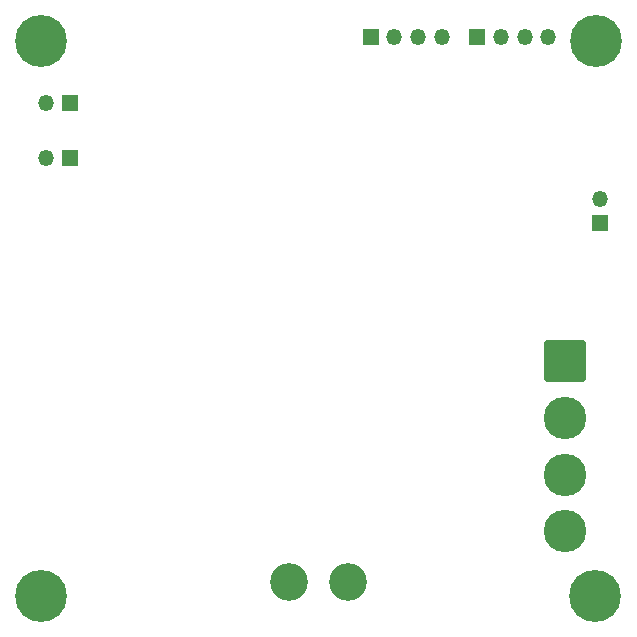
<source format=gbr>
%TF.GenerationSoftware,KiCad,Pcbnew,(6.0.0)*%
%TF.CreationDate,2022-04-01T15:34:28+08:00*%
%TF.ProjectId,LinkCharge40_Receiver,4c696e6b-4368-4617-9267-6534305f5265,rev?*%
%TF.SameCoordinates,Original*%
%TF.FileFunction,Soldermask,Bot*%
%TF.FilePolarity,Negative*%
%FSLAX46Y46*%
G04 Gerber Fmt 4.6, Leading zero omitted, Abs format (unit mm)*
G04 Created by KiCad (PCBNEW (6.0.0)) date 2022-04-01 15:34:28*
%MOMM*%
%LPD*%
G01*
G04 APERTURE LIST*
G04 Aperture macros list*
%AMRoundRect*
0 Rectangle with rounded corners*
0 $1 Rounding radius*
0 $2 $3 $4 $5 $6 $7 $8 $9 X,Y pos of 4 corners*
0 Add a 4 corners polygon primitive as box body*
4,1,4,$2,$3,$4,$5,$6,$7,$8,$9,$2,$3,0*
0 Add four circle primitives for the rounded corners*
1,1,$1+$1,$2,$3*
1,1,$1+$1,$4,$5*
1,1,$1+$1,$6,$7*
1,1,$1+$1,$8,$9*
0 Add four rect primitives between the rounded corners*
20,1,$1+$1,$2,$3,$4,$5,0*
20,1,$1+$1,$4,$5,$6,$7,0*
20,1,$1+$1,$6,$7,$8,$9,0*
20,1,$1+$1,$8,$9,$2,$3,0*%
G04 Aperture macros list end*
%ADD10R,1.350000X1.350000*%
%ADD11O,1.350000X1.350000*%
%ADD12C,0.700000*%
%ADD13C,4.400000*%
%ADD14C,3.200000*%
%ADD15RoundRect,0.352940X-1.447060X1.447060X-1.447060X-1.447060X1.447060X-1.447060X1.447060X1.447060X0*%
%ADD16C,3.600000*%
G04 APERTURE END LIST*
D10*
%TO.C,J3*%
X139700000Y-71175000D03*
D11*
X141700000Y-71175000D03*
X143700000Y-71175000D03*
X145700000Y-71175000D03*
%TD*%
D12*
%TO.C,H3*%
X111800000Y-116850000D03*
X111800000Y-120150000D03*
X112966726Y-119666726D03*
X110633274Y-117333274D03*
D13*
X111800000Y-118500000D03*
D12*
X110633274Y-119666726D03*
X112966726Y-117333274D03*
X110150000Y-118500000D03*
X113450000Y-118500000D03*
%TD*%
D10*
%TO.C,J6*%
X114200000Y-76800000D03*
D11*
X112200000Y-76800000D03*
%TD*%
D12*
%TO.C,H1*%
X157633274Y-72666726D03*
X158800000Y-69850000D03*
X157633274Y-70333274D03*
D13*
X158800000Y-71500000D03*
D12*
X159966726Y-70333274D03*
X157150000Y-71500000D03*
X158800000Y-73150000D03*
X159966726Y-72666726D03*
X160450000Y-71500000D03*
%TD*%
%TO.C,H2*%
X157533274Y-119666726D03*
X158700000Y-120150000D03*
X160350000Y-118500000D03*
X159866726Y-117333274D03*
X157050000Y-118500000D03*
D13*
X158700000Y-118500000D03*
D12*
X157533274Y-117333274D03*
X159866726Y-119666726D03*
X158700000Y-116850000D03*
%TD*%
D14*
%TO.C,J5*%
X132800000Y-117300000D03*
X137800000Y-117300000D03*
%TD*%
D10*
%TO.C,J7*%
X114200000Y-81456977D03*
D11*
X112200000Y-81456977D03*
%TD*%
D15*
%TO.C,J4*%
X156120000Y-98630000D03*
D16*
X156120000Y-103430000D03*
X156120000Y-108230000D03*
X156120000Y-113030000D03*
%TD*%
D10*
%TO.C,J2*%
X148725000Y-71175000D03*
D11*
X150725000Y-71175000D03*
X152725000Y-71175000D03*
X154725000Y-71175000D03*
%TD*%
D10*
%TO.C,J1*%
X159130000Y-86900000D03*
D11*
X159130000Y-84900000D03*
%TD*%
D12*
%TO.C,H4*%
X110633274Y-72666726D03*
D13*
X111800000Y-71500000D03*
D12*
X110633274Y-70333274D03*
X110150000Y-71500000D03*
X113450000Y-71500000D03*
X112966726Y-72666726D03*
X111800000Y-69850000D03*
X111800000Y-73150000D03*
X112966726Y-70333274D03*
%TD*%
M02*

</source>
